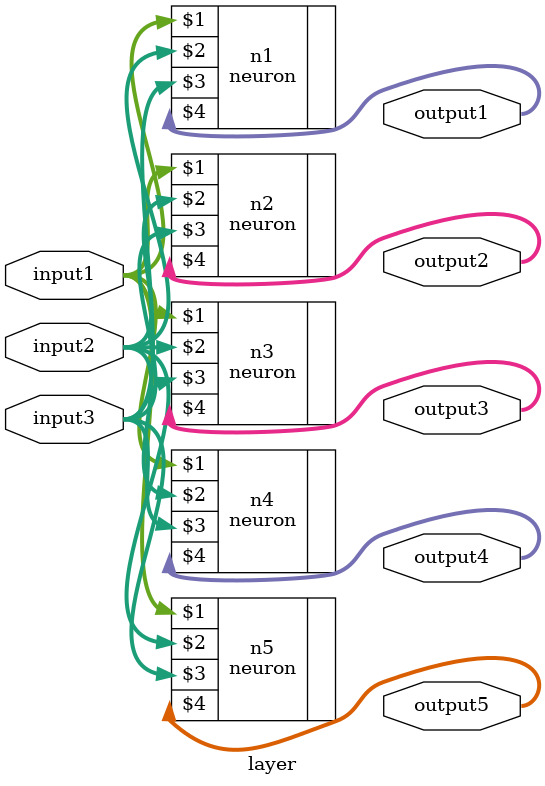
<source format=v>
module layer(
    input [31:0] input1, input2, input3,
    output [31:0] output1, output2, output3, output4, output5
);

// Instantiate neurons with ReLU activation
// Placeholder connections - actual implementation will depend on network architecture
neuron n1(input1, input2, input3, output1);
neuron n2(input1, input2, input3, output2);
neuron n3(input1, input2, input3, output3);
neuron n4(input1, input2, input3, output4);
neuron n5(input1, input2, input3, output5);
// ... Repeat for other neurons

endmodule

</source>
